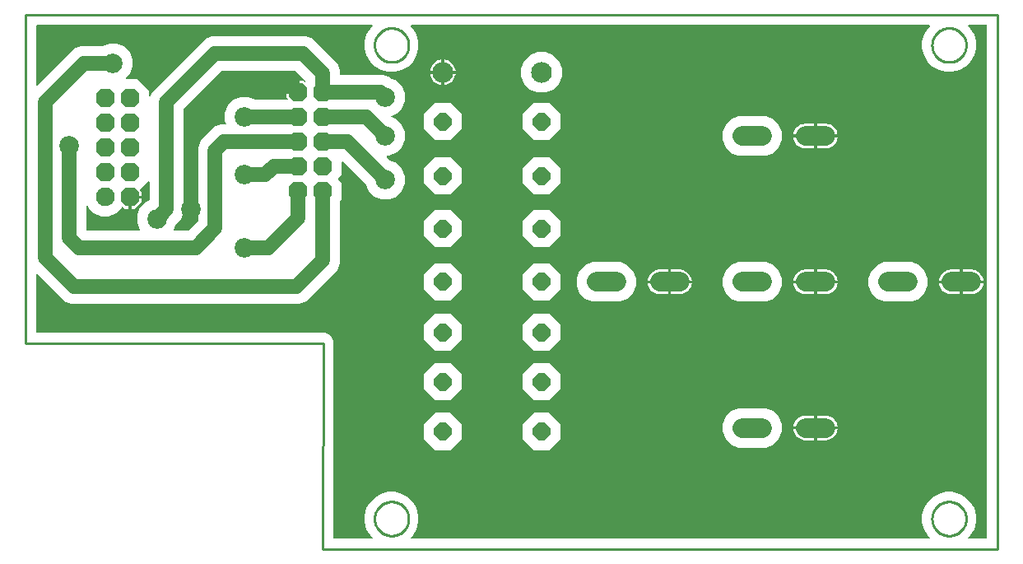
<source format=gbr>
G04 EAGLE Gerber RS-274X export*
G75*
%MOMM*%
%FSLAX34Y34*%
%LPD*%
%INTop Copper*%
%IPPOS*%
%AMOC8*
5,1,8,0,0,1.08239X$1,22.5*%
G01*
%ADD10C,2.032000*%
%ADD11P,1.935489X8X202.500000*%
%ADD12P,1.935489X8X22.500000*%
%ADD13C,2.133600*%
%ADD14P,2.089446X8X112.500000*%
%ADD15C,1.930400*%
%ADD16C,2.016000*%
%ADD17C,1.500000*%
%ADD18C,1.270000*%
%ADD19C,0.254000*%

G36*
X406192Y10934D02*
X406192Y10934D01*
X406264Y10936D01*
X406313Y10954D01*
X406364Y10962D01*
X406427Y10996D01*
X406495Y11021D01*
X406535Y11053D01*
X406581Y11078D01*
X406631Y11130D01*
X406687Y11174D01*
X406715Y11218D01*
X406751Y11256D01*
X406781Y11321D01*
X406820Y11381D01*
X406832Y11432D01*
X406854Y11479D01*
X406862Y11550D01*
X406880Y11620D01*
X406876Y11672D01*
X406881Y11723D01*
X406866Y11794D01*
X406861Y11865D01*
X406840Y11913D01*
X406829Y11964D01*
X406792Y12025D01*
X406764Y12091D01*
X406720Y12147D01*
X406703Y12175D01*
X406685Y12190D01*
X406660Y12222D01*
X404366Y14516D01*
X400724Y20823D01*
X398839Y27858D01*
X398839Y35142D01*
X400724Y42177D01*
X404366Y48484D01*
X409516Y53634D01*
X415823Y57276D01*
X422858Y59161D01*
X430142Y59161D01*
X437177Y57276D01*
X443484Y53634D01*
X448634Y48484D01*
X452276Y42177D01*
X454161Y35142D01*
X454161Y27858D01*
X452276Y20823D01*
X448634Y14516D01*
X446340Y12222D01*
X446299Y12164D01*
X446249Y12112D01*
X446227Y12065D01*
X446197Y12023D01*
X446176Y11954D01*
X446146Y11889D01*
X446140Y11837D01*
X446125Y11787D01*
X446126Y11716D01*
X446119Y11645D01*
X446130Y11594D01*
X446131Y11542D01*
X446156Y11474D01*
X446171Y11404D01*
X446197Y11359D01*
X446215Y11311D01*
X446260Y11255D01*
X446297Y11193D01*
X446337Y11159D01*
X446369Y11119D01*
X446429Y11080D01*
X446484Y11033D01*
X446532Y11014D01*
X446576Y10986D01*
X446645Y10968D01*
X446712Y10941D01*
X446783Y10933D01*
X446815Y10925D01*
X446838Y10927D01*
X446879Y10923D01*
X979621Y10923D01*
X979692Y10934D01*
X979764Y10936D01*
X979813Y10954D01*
X979864Y10962D01*
X979927Y10996D01*
X979995Y11021D01*
X980035Y11053D01*
X980081Y11078D01*
X980131Y11130D01*
X980187Y11174D01*
X980215Y11218D01*
X980251Y11256D01*
X980281Y11321D01*
X980320Y11381D01*
X980332Y11432D01*
X980354Y11479D01*
X980362Y11550D01*
X980380Y11620D01*
X980376Y11672D01*
X980381Y11723D01*
X980366Y11794D01*
X980361Y11865D01*
X980340Y11913D01*
X980329Y11964D01*
X980292Y12025D01*
X980264Y12091D01*
X980220Y12147D01*
X980203Y12175D01*
X980185Y12190D01*
X980160Y12222D01*
X977866Y14516D01*
X974224Y20823D01*
X972339Y27858D01*
X972339Y35142D01*
X974224Y42177D01*
X977866Y48484D01*
X983016Y53634D01*
X989323Y57276D01*
X996358Y59161D01*
X1003642Y59161D01*
X1010677Y57276D01*
X1016984Y53634D01*
X1022134Y48484D01*
X1025776Y42177D01*
X1027661Y35142D01*
X1027661Y27858D01*
X1025776Y20823D01*
X1022134Y14516D01*
X1019840Y12222D01*
X1019799Y12164D01*
X1019749Y12112D01*
X1019727Y12065D01*
X1019697Y12023D01*
X1019676Y11954D01*
X1019646Y11889D01*
X1019640Y11837D01*
X1019625Y11787D01*
X1019626Y11716D01*
X1019619Y11645D01*
X1019630Y11594D01*
X1019631Y11542D01*
X1019656Y11474D01*
X1019671Y11404D01*
X1019697Y11359D01*
X1019715Y11311D01*
X1019760Y11255D01*
X1019797Y11193D01*
X1019837Y11159D01*
X1019869Y11119D01*
X1019929Y11080D01*
X1019984Y11033D01*
X1020032Y11014D01*
X1020076Y10986D01*
X1020145Y10968D01*
X1020212Y10941D01*
X1020283Y10933D01*
X1020315Y10925D01*
X1020338Y10927D01*
X1020379Y10923D01*
X1038316Y10923D01*
X1038336Y10926D01*
X1038355Y10924D01*
X1038457Y10946D01*
X1038559Y10962D01*
X1038576Y10972D01*
X1038596Y10976D01*
X1038685Y11029D01*
X1038776Y11078D01*
X1038790Y11092D01*
X1038807Y11102D01*
X1038874Y11181D01*
X1038946Y11256D01*
X1038954Y11274D01*
X1038967Y11289D01*
X1039006Y11385D01*
X1039049Y11479D01*
X1039051Y11499D01*
X1039059Y11517D01*
X1039077Y11684D01*
X1039077Y538316D01*
X1039074Y538336D01*
X1039076Y538355D01*
X1039054Y538457D01*
X1039038Y538559D01*
X1039028Y538576D01*
X1039024Y538596D01*
X1038971Y538685D01*
X1038922Y538776D01*
X1038908Y538790D01*
X1038898Y538807D01*
X1038819Y538874D01*
X1038744Y538946D01*
X1038726Y538954D01*
X1038711Y538967D01*
X1038615Y539006D01*
X1038521Y539049D01*
X1038501Y539051D01*
X1038483Y539059D01*
X1038316Y539077D01*
X1020379Y539077D01*
X1020308Y539066D01*
X1020236Y539064D01*
X1020187Y539046D01*
X1020136Y539038D01*
X1020073Y539004D01*
X1020005Y538979D01*
X1019965Y538947D01*
X1019919Y538922D01*
X1019869Y538870D01*
X1019813Y538826D01*
X1019785Y538782D01*
X1019749Y538744D01*
X1019719Y538679D01*
X1019680Y538619D01*
X1019668Y538568D01*
X1019646Y538521D01*
X1019638Y538450D01*
X1019620Y538380D01*
X1019624Y538328D01*
X1019619Y538277D01*
X1019634Y538206D01*
X1019639Y538135D01*
X1019660Y538087D01*
X1019671Y538036D01*
X1019708Y537975D01*
X1019736Y537909D01*
X1019780Y537853D01*
X1019797Y537825D01*
X1019815Y537810D01*
X1019840Y537778D01*
X1022134Y535484D01*
X1025776Y529177D01*
X1027661Y522142D01*
X1027661Y514858D01*
X1025776Y507823D01*
X1022134Y501516D01*
X1016984Y496366D01*
X1010677Y492724D01*
X1003642Y490839D01*
X996358Y490839D01*
X989323Y492724D01*
X983016Y496366D01*
X977866Y501516D01*
X974224Y507823D01*
X972339Y514858D01*
X972339Y522142D01*
X974224Y529177D01*
X977866Y535484D01*
X980160Y537778D01*
X980201Y537836D01*
X980251Y537888D01*
X980273Y537935D01*
X980303Y537977D01*
X980324Y538046D01*
X980354Y538111D01*
X980360Y538163D01*
X980375Y538213D01*
X980374Y538284D01*
X980381Y538355D01*
X980370Y538406D01*
X980369Y538458D01*
X980344Y538526D01*
X980329Y538596D01*
X980303Y538641D01*
X980285Y538689D01*
X980240Y538745D01*
X980203Y538807D01*
X980163Y538841D01*
X980131Y538881D01*
X980071Y538920D01*
X980016Y538967D01*
X979968Y538986D01*
X979924Y539014D01*
X979855Y539032D01*
X979788Y539059D01*
X979717Y539067D01*
X979685Y539075D01*
X979662Y539073D01*
X979621Y539077D01*
X446879Y539077D01*
X446808Y539066D01*
X446736Y539064D01*
X446687Y539046D01*
X446636Y539038D01*
X446573Y539004D01*
X446505Y538979D01*
X446465Y538947D01*
X446419Y538922D01*
X446369Y538870D01*
X446313Y538826D01*
X446285Y538782D01*
X446249Y538744D01*
X446219Y538679D01*
X446180Y538619D01*
X446168Y538568D01*
X446146Y538521D01*
X446138Y538450D01*
X446120Y538380D01*
X446124Y538328D01*
X446119Y538277D01*
X446134Y538206D01*
X446139Y538135D01*
X446160Y538087D01*
X446171Y538036D01*
X446208Y537975D01*
X446236Y537909D01*
X446280Y537853D01*
X446297Y537825D01*
X446315Y537810D01*
X446340Y537778D01*
X448634Y535484D01*
X452276Y529177D01*
X454161Y522142D01*
X454161Y514858D01*
X452276Y507823D01*
X448634Y501516D01*
X443484Y496366D01*
X437177Y492724D01*
X430142Y490839D01*
X422858Y490839D01*
X415823Y492724D01*
X409516Y496366D01*
X404366Y501516D01*
X400724Y507823D01*
X398839Y514858D01*
X398839Y522142D01*
X400724Y529177D01*
X404366Y535484D01*
X406660Y537778D01*
X406701Y537836D01*
X406751Y537888D01*
X406773Y537935D01*
X406803Y537977D01*
X406824Y538046D01*
X406854Y538111D01*
X406860Y538163D01*
X406875Y538213D01*
X406874Y538284D01*
X406881Y538355D01*
X406870Y538406D01*
X406869Y538458D01*
X406844Y538526D01*
X406829Y538596D01*
X406803Y538641D01*
X406785Y538689D01*
X406740Y538745D01*
X406703Y538807D01*
X406663Y538841D01*
X406631Y538881D01*
X406571Y538920D01*
X406516Y538967D01*
X406468Y538986D01*
X406424Y539014D01*
X406355Y539032D01*
X406288Y539059D01*
X406217Y539067D01*
X406185Y539075D01*
X406162Y539073D01*
X406121Y539077D01*
X61684Y539077D01*
X61664Y539074D01*
X61645Y539076D01*
X61543Y539054D01*
X61441Y539038D01*
X61424Y539028D01*
X61404Y539024D01*
X61315Y538971D01*
X61224Y538922D01*
X61210Y538908D01*
X61193Y538898D01*
X61126Y538819D01*
X61054Y538744D01*
X61046Y538726D01*
X61033Y538711D01*
X60994Y538615D01*
X60951Y538521D01*
X60949Y538501D01*
X60941Y538483D01*
X60923Y538316D01*
X60923Y477737D01*
X60934Y477666D01*
X60936Y477594D01*
X60954Y477545D01*
X60962Y477494D01*
X60996Y477431D01*
X61021Y477363D01*
X61053Y477322D01*
X61078Y477276D01*
X61129Y477227D01*
X61174Y477171D01*
X61218Y477143D01*
X61256Y477107D01*
X61321Y477077D01*
X61381Y477038D01*
X61432Y477025D01*
X61479Y477003D01*
X61550Y476996D01*
X61620Y476978D01*
X61672Y476982D01*
X61723Y476976D01*
X61794Y476992D01*
X61865Y476997D01*
X61913Y477018D01*
X61964Y477029D01*
X62025Y477065D01*
X62091Y477094D01*
X62147Y477138D01*
X62175Y477155D01*
X62190Y477173D01*
X62222Y477198D01*
X94921Y509897D01*
X99996Y514972D01*
X106487Y517661D01*
X129594Y517661D01*
X129658Y517671D01*
X129724Y517672D01*
X129804Y517695D01*
X129836Y517700D01*
X129854Y517710D01*
X129885Y517719D01*
X135974Y520241D01*
X144026Y520241D01*
X151465Y517159D01*
X157159Y511465D01*
X160241Y504026D01*
X160241Y495974D01*
X157159Y488535D01*
X153537Y484912D01*
X153495Y484854D01*
X153446Y484802D01*
X153424Y484755D01*
X153393Y484713D01*
X153372Y484644D01*
X153342Y484579D01*
X153336Y484527D01*
X153321Y484477D01*
X153323Y484406D01*
X153315Y484335D01*
X153326Y484284D01*
X153327Y484232D01*
X153352Y484164D01*
X153367Y484094D01*
X153394Y484049D01*
X153412Y484001D01*
X153457Y483945D01*
X153493Y483883D01*
X153533Y483849D01*
X153566Y483809D01*
X153626Y483770D01*
X153680Y483723D01*
X153729Y483704D01*
X153773Y483676D01*
X153842Y483658D01*
X153909Y483631D01*
X153980Y483623D01*
X154011Y483615D01*
X154034Y483617D01*
X154075Y483613D01*
X165407Y483613D01*
X177013Y472007D01*
X177013Y466552D01*
X177028Y466456D01*
X177038Y466359D01*
X177048Y466335D01*
X177052Y466309D01*
X177098Y466223D01*
X177138Y466134D01*
X177155Y466115D01*
X177168Y466092D01*
X177238Y466024D01*
X177304Y465953D01*
X177327Y465940D01*
X177346Y465922D01*
X177434Y465881D01*
X177520Y465834D01*
X177545Y465830D01*
X177569Y465819D01*
X177666Y465808D01*
X177762Y465790D01*
X177788Y465794D01*
X177813Y465791D01*
X177909Y465812D01*
X178005Y465826D01*
X178028Y465838D01*
X178054Y465844D01*
X178137Y465894D01*
X178224Y465938D01*
X178243Y465956D01*
X178265Y465970D01*
X178328Y466044D01*
X178396Y466113D01*
X178412Y466142D01*
X178425Y466157D01*
X178437Y466187D01*
X178477Y466260D01*
X180028Y470004D01*
X234996Y524972D01*
X241487Y527661D01*
X338513Y527661D01*
X345004Y524972D01*
X370572Y499404D01*
X373261Y492913D01*
X373261Y488322D01*
X373264Y488302D01*
X373262Y488283D01*
X373284Y488181D01*
X373300Y488079D01*
X373310Y488062D01*
X373314Y488042D01*
X373367Y487953D01*
X373416Y487862D01*
X373430Y487848D01*
X373440Y487831D01*
X373519Y487764D01*
X373594Y487692D01*
X373612Y487684D01*
X373627Y487671D01*
X373723Y487632D01*
X373817Y487589D01*
X373837Y487587D01*
X373855Y487579D01*
X374022Y487561D01*
X418613Y487561D01*
X425104Y484872D01*
X425130Y484846D01*
X425183Y484808D01*
X425230Y484762D01*
X425303Y484722D01*
X425329Y484703D01*
X425348Y484697D01*
X425377Y484681D01*
X431465Y482159D01*
X437159Y476465D01*
X440241Y469026D01*
X440241Y460974D01*
X437159Y453535D01*
X431465Y447841D01*
X426305Y445703D01*
X426244Y445666D01*
X426179Y445636D01*
X426140Y445601D01*
X426096Y445574D01*
X426050Y445519D01*
X425998Y445470D01*
X425973Y445424D01*
X425939Y445384D01*
X425914Y445317D01*
X425879Y445254D01*
X425870Y445203D01*
X425851Y445155D01*
X425848Y445083D01*
X425835Y445012D01*
X425843Y444961D01*
X425841Y444909D01*
X425861Y444840D01*
X425871Y444769D01*
X425895Y444723D01*
X425909Y444673D01*
X425950Y444614D01*
X425983Y444550D01*
X426020Y444513D01*
X426050Y444471D01*
X426107Y444428D01*
X426158Y444378D01*
X426221Y444343D01*
X426247Y444324D01*
X426269Y444317D01*
X426305Y444297D01*
X431465Y442159D01*
X437159Y436465D01*
X440241Y429026D01*
X440241Y420974D01*
X437159Y413535D01*
X431465Y407841D01*
X424026Y404759D01*
X422055Y404759D01*
X421984Y404748D01*
X421912Y404746D01*
X421863Y404728D01*
X421812Y404720D01*
X421749Y404686D01*
X421681Y404661D01*
X421640Y404629D01*
X421594Y404604D01*
X421545Y404553D01*
X421489Y404508D01*
X421461Y404464D01*
X421425Y404426D01*
X421395Y404361D01*
X421356Y404301D01*
X421343Y404250D01*
X421321Y404203D01*
X421314Y404132D01*
X421296Y404062D01*
X421300Y404010D01*
X421294Y403959D01*
X421310Y403888D01*
X421315Y403817D01*
X421336Y403769D01*
X421347Y403718D01*
X421383Y403657D01*
X421412Y403591D01*
X421456Y403535D01*
X421473Y403507D01*
X421491Y403492D01*
X421516Y403460D01*
X425130Y399846D01*
X425183Y399808D01*
X425230Y399762D01*
X425303Y399722D01*
X425329Y399703D01*
X425348Y399697D01*
X425377Y399681D01*
X431465Y397159D01*
X437159Y391465D01*
X440241Y384026D01*
X440241Y375974D01*
X437159Y368535D01*
X431465Y362841D01*
X424026Y359759D01*
X415974Y359759D01*
X408535Y362841D01*
X402841Y368535D01*
X400319Y374623D01*
X400284Y374679D01*
X400258Y374739D01*
X400207Y374804D01*
X400189Y374832D01*
X400174Y374845D01*
X400154Y374870D01*
X376712Y398312D01*
X376654Y398353D01*
X376602Y398403D01*
X376555Y398425D01*
X376513Y398455D01*
X376444Y398476D01*
X376379Y398507D01*
X376327Y398512D01*
X376277Y398528D01*
X376206Y398526D01*
X376135Y398534D01*
X376084Y398523D01*
X376032Y398521D01*
X375964Y398497D01*
X375894Y398481D01*
X375850Y398455D01*
X375801Y398437D01*
X375745Y398392D01*
X375683Y398355D01*
X375649Y398316D01*
X375609Y398283D01*
X375570Y398223D01*
X375523Y398168D01*
X375504Y398120D01*
X375476Y398076D01*
X375458Y398007D01*
X375431Y397940D01*
X375423Y397869D01*
X375415Y397838D01*
X375417Y397814D01*
X375413Y397773D01*
X375413Y385493D01*
X371458Y381538D01*
X371446Y381522D01*
X371431Y381510D01*
X371374Y381422D01*
X371314Y381339D01*
X371308Y381320D01*
X371298Y381303D01*
X371272Y381202D01*
X371242Y381103D01*
X371242Y381084D01*
X371237Y381064D01*
X371245Y380961D01*
X371248Y380858D01*
X371255Y380839D01*
X371257Y380819D01*
X371297Y380724D01*
X371333Y380627D01*
X371345Y380611D01*
X371353Y380593D01*
X371458Y380462D01*
X375413Y376507D01*
X375413Y360093D01*
X373484Y358164D01*
X373431Y358090D01*
X373371Y358021D01*
X373359Y357991D01*
X373340Y357965D01*
X373313Y357878D01*
X373279Y357793D01*
X373275Y357752D01*
X373268Y357729D01*
X373269Y357697D01*
X373261Y357626D01*
X373261Y293687D01*
X370572Y287196D01*
X338404Y255028D01*
X331913Y252339D01*
X96487Y252339D01*
X89996Y255028D01*
X62222Y282802D01*
X62164Y282843D01*
X62112Y282893D01*
X62065Y282915D01*
X62023Y282945D01*
X61954Y282966D01*
X61889Y282997D01*
X61837Y283002D01*
X61787Y283018D01*
X61716Y283016D01*
X61645Y283024D01*
X61594Y283013D01*
X61542Y283011D01*
X61474Y282987D01*
X61404Y282971D01*
X61359Y282945D01*
X61311Y282927D01*
X61255Y282882D01*
X61193Y282845D01*
X61159Y282806D01*
X61119Y282773D01*
X61080Y282713D01*
X61033Y282658D01*
X61014Y282610D01*
X60986Y282566D01*
X60968Y282497D01*
X60941Y282430D01*
X60933Y282359D01*
X60925Y282328D01*
X60927Y282304D01*
X60923Y282263D01*
X60923Y223684D01*
X60926Y223664D01*
X60924Y223645D01*
X60946Y223543D01*
X60962Y223441D01*
X60972Y223424D01*
X60976Y223404D01*
X61029Y223315D01*
X61078Y223224D01*
X61092Y223210D01*
X61102Y223193D01*
X61181Y223126D01*
X61256Y223054D01*
X61274Y223046D01*
X61289Y223033D01*
X61385Y222994D01*
X61479Y222951D01*
X61499Y222949D01*
X61517Y222941D01*
X61684Y222923D01*
X353687Y222923D01*
X353714Y222927D01*
X356013Y222923D01*
X356014Y222923D01*
X358183Y222923D01*
X360190Y222087D01*
X360191Y222087D01*
X362197Y221256D01*
X363734Y219713D01*
X363735Y219713D01*
X363735Y219712D01*
X365267Y218180D01*
X366096Y216169D01*
X366096Y216168D01*
X366096Y216167D01*
X366927Y214163D01*
X366923Y211985D01*
X366923Y211984D01*
X366923Y211983D01*
X366923Y209729D01*
X366920Y209718D01*
X366922Y209699D01*
X366918Y209667D01*
X366545Y11685D01*
X366548Y11665D01*
X366546Y11645D01*
X366568Y11544D01*
X366584Y11443D01*
X366594Y11424D01*
X366598Y11404D01*
X366651Y11316D01*
X366699Y11225D01*
X366714Y11211D01*
X366724Y11193D01*
X366802Y11126D01*
X366877Y11055D01*
X366895Y11047D01*
X366911Y11033D01*
X367007Y10995D01*
X367100Y10951D01*
X367120Y10949D01*
X367139Y10941D01*
X367306Y10923D01*
X406121Y10923D01*
X406192Y10934D01*
G37*
G36*
X217459Y327675D02*
X217459Y327675D01*
X217550Y327683D01*
X217580Y327695D01*
X217612Y327700D01*
X217693Y327743D01*
X217777Y327779D01*
X217809Y327805D01*
X217829Y327816D01*
X217852Y327839D01*
X217908Y327884D01*
X227116Y337092D01*
X227169Y337166D01*
X227229Y337236D01*
X227241Y337266D01*
X227260Y337292D01*
X227287Y337379D01*
X227321Y337464D01*
X227325Y337505D01*
X227332Y337527D01*
X227331Y337559D01*
X227339Y337631D01*
X227339Y413513D01*
X230028Y420004D01*
X244096Y434072D01*
X250587Y436761D01*
X255365Y436761D01*
X255410Y436768D01*
X255456Y436766D01*
X255531Y436788D01*
X255608Y436800D01*
X255648Y436822D01*
X255692Y436835D01*
X255756Y436879D01*
X255825Y436916D01*
X255857Y436949D01*
X255895Y436975D01*
X255941Y437038D01*
X255995Y437094D01*
X256014Y437136D01*
X256041Y437172D01*
X256065Y437246D01*
X256098Y437317D01*
X256103Y437363D01*
X256118Y437406D01*
X256117Y437484D01*
X256125Y437561D01*
X256116Y437606D01*
X256115Y437652D01*
X256077Y437784D01*
X256073Y437802D01*
X256071Y437806D01*
X256068Y437813D01*
X254759Y440974D01*
X254759Y449026D01*
X257841Y456465D01*
X263535Y462159D01*
X270974Y465241D01*
X279026Y465241D01*
X286322Y462219D01*
X286386Y462204D01*
X286447Y462179D01*
X286529Y462170D01*
X286562Y462163D01*
X286581Y462164D01*
X286613Y462161D01*
X318858Y462161D01*
X318929Y462172D01*
X319001Y462174D01*
X319050Y462192D01*
X319101Y462200D01*
X319164Y462234D01*
X319232Y462259D01*
X319272Y462291D01*
X319318Y462316D01*
X319368Y462368D01*
X319424Y462412D01*
X319452Y462456D01*
X319488Y462494D01*
X319518Y462559D01*
X319557Y462619D01*
X319570Y462670D01*
X319591Y462717D01*
X319599Y462788D01*
X319617Y462858D01*
X319613Y462910D01*
X319619Y462961D01*
X319603Y463032D01*
X319598Y463103D01*
X319577Y463151D01*
X319566Y463202D01*
X319530Y463263D01*
X319501Y463329D01*
X319457Y463385D01*
X319440Y463413D01*
X319422Y463428D01*
X319397Y463460D01*
X318007Y464850D01*
X318007Y468377D01*
X329438Y468377D01*
X329458Y468380D01*
X329477Y468378D01*
X329579Y468400D01*
X329681Y468417D01*
X329698Y468426D01*
X329718Y468430D01*
X329807Y468483D01*
X329898Y468532D01*
X329912Y468546D01*
X329929Y468556D01*
X329996Y468635D01*
X330067Y468710D01*
X330076Y468728D01*
X330089Y468743D01*
X330127Y468839D01*
X330171Y468933D01*
X330173Y468953D01*
X330181Y468971D01*
X330199Y469138D01*
X330199Y469901D01*
X330962Y469901D01*
X330982Y469904D01*
X331001Y469902D01*
X331103Y469924D01*
X331205Y469941D01*
X331222Y469950D01*
X331242Y469954D01*
X331331Y470007D01*
X331422Y470056D01*
X331436Y470070D01*
X331453Y470080D01*
X331520Y470159D01*
X331591Y470234D01*
X331600Y470252D01*
X331613Y470267D01*
X331652Y470363D01*
X331695Y470457D01*
X331697Y470477D01*
X331705Y470495D01*
X331723Y470662D01*
X331723Y482093D01*
X335250Y482093D01*
X336640Y480703D01*
X336698Y480662D01*
X336750Y480612D01*
X336797Y480590D01*
X336839Y480560D01*
X336908Y480539D01*
X336973Y480509D01*
X337025Y480503D01*
X337075Y480487D01*
X337146Y480489D01*
X337217Y480481D01*
X337268Y480492D01*
X337320Y480494D01*
X337388Y480518D01*
X337458Y480534D01*
X337503Y480560D01*
X337551Y480578D01*
X337607Y480623D01*
X337669Y480660D01*
X337703Y480699D01*
X337743Y480732D01*
X337782Y480792D01*
X337829Y480847D01*
X337848Y480895D01*
X337876Y480939D01*
X337894Y481008D01*
X337921Y481075D01*
X337929Y481146D01*
X337937Y481177D01*
X337935Y481201D01*
X337939Y481242D01*
X337939Y481769D01*
X337925Y481859D01*
X337917Y481950D01*
X337905Y481980D01*
X337900Y482012D01*
X337857Y482093D01*
X337821Y482177D01*
X337795Y482209D01*
X337784Y482229D01*
X337761Y482252D01*
X337716Y482308D01*
X327908Y492116D01*
X327834Y492169D01*
X327764Y492229D01*
X327734Y492241D01*
X327708Y492260D01*
X327621Y492287D01*
X327536Y492321D01*
X327495Y492325D01*
X327473Y492332D01*
X327441Y492331D01*
X327369Y492339D01*
X252631Y492339D01*
X252541Y492325D01*
X252450Y492317D01*
X252420Y492305D01*
X252388Y492300D01*
X252307Y492257D01*
X252223Y492221D01*
X252191Y492195D01*
X252171Y492184D01*
X252148Y492161D01*
X252092Y492116D01*
X212884Y452908D01*
X212831Y452834D01*
X212771Y452764D01*
X212759Y452734D01*
X212740Y452708D01*
X212713Y452621D01*
X212679Y452536D01*
X212675Y452495D01*
X212668Y452473D01*
X212669Y452441D01*
X212661Y452369D01*
X212661Y346487D01*
X209972Y339996D01*
X204897Y334921D01*
X204846Y334870D01*
X204808Y334817D01*
X204762Y334770D01*
X204722Y334697D01*
X204703Y334671D01*
X204697Y334652D01*
X204681Y334623D01*
X202233Y328713D01*
X202223Y328669D01*
X202203Y328627D01*
X202195Y328550D01*
X202177Y328474D01*
X202181Y328428D01*
X202176Y328383D01*
X202193Y328306D01*
X202200Y328229D01*
X202219Y328187D01*
X202229Y328142D01*
X202269Y328075D01*
X202300Y328004D01*
X202331Y327970D01*
X202355Y327931D01*
X202414Y327880D01*
X202467Y327823D01*
X202507Y327801D01*
X202542Y327771D01*
X202614Y327742D01*
X202682Y327705D01*
X202727Y327696D01*
X202770Y327679D01*
X202906Y327664D01*
X202924Y327661D01*
X202929Y327662D01*
X202937Y327661D01*
X217369Y327661D01*
X217459Y327675D01*
G37*
%LPC*%
G36*
X633286Y254679D02*
X633286Y254679D01*
X625817Y257773D01*
X620101Y263489D01*
X617007Y270958D01*
X617007Y279042D01*
X620101Y286511D01*
X625817Y292227D01*
X633286Y295321D01*
X661690Y295321D01*
X669159Y292227D01*
X674875Y286511D01*
X677969Y279042D01*
X677969Y270958D01*
X674875Y263489D01*
X669159Y257773D01*
X661690Y254679D01*
X633286Y254679D01*
G37*
%LPD*%
%LPC*%
G36*
X933286Y254679D02*
X933286Y254679D01*
X925817Y257773D01*
X920101Y263489D01*
X917007Y270958D01*
X917007Y279042D01*
X920101Y286511D01*
X925817Y292227D01*
X933286Y295321D01*
X961690Y295321D01*
X969159Y292227D01*
X974875Y286511D01*
X977969Y279042D01*
X977969Y270958D01*
X974875Y263489D01*
X969159Y257773D01*
X961690Y254679D01*
X933286Y254679D01*
G37*
%LPD*%
%LPC*%
G36*
X783286Y254679D02*
X783286Y254679D01*
X775817Y257773D01*
X770101Y263489D01*
X767007Y270958D01*
X767007Y279042D01*
X770101Y286511D01*
X775817Y292227D01*
X783286Y295321D01*
X811690Y295321D01*
X819159Y292227D01*
X824875Y286511D01*
X827969Y279042D01*
X827969Y270958D01*
X824875Y263489D01*
X819159Y257773D01*
X811690Y254679D01*
X783286Y254679D01*
G37*
%LPD*%
%LPC*%
G36*
X783286Y404679D02*
X783286Y404679D01*
X775817Y407773D01*
X770101Y413489D01*
X767007Y420958D01*
X767007Y429042D01*
X770101Y436511D01*
X775817Y442227D01*
X783286Y445321D01*
X811690Y445321D01*
X819159Y442227D01*
X824875Y436511D01*
X827969Y429042D01*
X827969Y420958D01*
X824875Y413489D01*
X819159Y407773D01*
X811690Y404679D01*
X783286Y404679D01*
G37*
%LPD*%
%LPC*%
G36*
X783286Y104679D02*
X783286Y104679D01*
X775817Y107773D01*
X770101Y113489D01*
X767007Y120958D01*
X767007Y129042D01*
X770101Y136511D01*
X775817Y142227D01*
X783286Y145321D01*
X811690Y145321D01*
X819159Y142227D01*
X824875Y136511D01*
X827969Y129042D01*
X827969Y120958D01*
X824875Y113489D01*
X819159Y107773D01*
X811690Y104679D01*
X783286Y104679D01*
G37*
%LPD*%
%LPC*%
G36*
X576657Y469771D02*
X576657Y469771D01*
X569001Y472942D01*
X563142Y478801D01*
X559971Y486457D01*
X559971Y494743D01*
X563142Y502399D01*
X569001Y508258D01*
X576657Y511429D01*
X584943Y511429D01*
X592599Y508258D01*
X598458Y502399D01*
X601629Y494743D01*
X601629Y486457D01*
X598458Y478801D01*
X592599Y472942D01*
X584943Y469771D01*
X576657Y469771D01*
G37*
%LPD*%
G36*
X167109Y327668D02*
X167109Y327668D01*
X167155Y327666D01*
X167229Y327688D01*
X167306Y327700D01*
X167347Y327722D01*
X167391Y327735D01*
X167455Y327779D01*
X167524Y327816D01*
X167555Y327849D01*
X167593Y327875D01*
X167639Y327938D01*
X167693Y327994D01*
X167712Y328036D01*
X167740Y328072D01*
X167764Y328146D01*
X167797Y328217D01*
X167802Y328263D01*
X167816Y328306D01*
X167815Y328384D01*
X167824Y328461D01*
X167814Y328506D01*
X167813Y328552D01*
X167775Y328684D01*
X167771Y328702D01*
X167769Y328706D01*
X167767Y328713D01*
X164759Y335974D01*
X164759Y344026D01*
X167841Y351465D01*
X173535Y357159D01*
X176869Y358541D01*
X176969Y358602D01*
X177069Y358662D01*
X177073Y358667D01*
X177078Y358670D01*
X177153Y358760D01*
X177229Y358849D01*
X177231Y358855D01*
X177235Y358860D01*
X177277Y358968D01*
X177321Y359077D01*
X177322Y359085D01*
X177323Y359089D01*
X177324Y359108D01*
X177339Y359244D01*
X177339Y377882D01*
X177328Y377953D01*
X177326Y378024D01*
X177308Y378073D01*
X177300Y378125D01*
X177266Y378188D01*
X177241Y378255D01*
X177209Y378296D01*
X177184Y378342D01*
X177132Y378392D01*
X177088Y378448D01*
X177044Y378476D01*
X177006Y378512D01*
X176941Y378542D01*
X176881Y378581D01*
X176830Y378593D01*
X176783Y378615D01*
X176712Y378623D01*
X176642Y378641D01*
X176590Y378637D01*
X176539Y378642D01*
X176468Y378627D01*
X176397Y378621D01*
X176349Y378601D01*
X176298Y378590D01*
X176237Y378553D01*
X176171Y378525D01*
X176115Y378480D01*
X176087Y378464D01*
X176072Y378446D01*
X176040Y378420D01*
X167670Y370050D01*
X167658Y370034D01*
X167642Y370021D01*
X167586Y369934D01*
X167526Y369850D01*
X167520Y369831D01*
X167509Y369815D01*
X167484Y369714D01*
X167454Y369615D01*
X167454Y369595D01*
X167449Y369576D01*
X167457Y369473D01*
X167460Y369369D01*
X167467Y369351D01*
X167468Y369331D01*
X167509Y369236D01*
X167544Y369138D01*
X167557Y369123D01*
X167565Y369104D01*
X167670Y368974D01*
X169393Y367250D01*
X169393Y363723D01*
X157962Y363723D01*
X157942Y363720D01*
X157923Y363722D01*
X157821Y363700D01*
X157719Y363683D01*
X157702Y363674D01*
X157682Y363670D01*
X157593Y363617D01*
X157502Y363568D01*
X157488Y363554D01*
X157471Y363544D01*
X157404Y363465D01*
X157333Y363390D01*
X157324Y363372D01*
X157311Y363357D01*
X157273Y363261D01*
X157229Y363167D01*
X157227Y363147D01*
X157219Y363129D01*
X157201Y362962D01*
X157201Y362199D01*
X156438Y362199D01*
X156418Y362196D01*
X156399Y362198D01*
X156297Y362176D01*
X156195Y362159D01*
X156178Y362150D01*
X156158Y362146D01*
X156069Y362093D01*
X155978Y362044D01*
X155964Y362030D01*
X155947Y362020D01*
X155880Y361941D01*
X155809Y361866D01*
X155800Y361848D01*
X155787Y361833D01*
X155748Y361737D01*
X155705Y361643D01*
X155703Y361623D01*
X155695Y361605D01*
X155677Y361438D01*
X155677Y350007D01*
X152150Y350007D01*
X150159Y351998D01*
X150121Y352025D01*
X150090Y352059D01*
X150022Y352096D01*
X149959Y352142D01*
X149915Y352155D01*
X149875Y352177D01*
X149798Y352191D01*
X149724Y352214D01*
X149678Y352213D01*
X149633Y352221D01*
X149556Y352210D01*
X149478Y352208D01*
X149435Y352192D01*
X149389Y352185D01*
X149320Y352150D01*
X149247Y352123D01*
X149211Y352095D01*
X149170Y352074D01*
X149116Y352018D01*
X149055Y351970D01*
X149030Y351931D01*
X148998Y351898D01*
X148932Y351778D01*
X148922Y351763D01*
X148921Y351758D01*
X148917Y351751D01*
X148596Y350977D01*
X143023Y345404D01*
X135741Y342387D01*
X127859Y342387D01*
X120577Y345404D01*
X115004Y350977D01*
X114125Y353097D01*
X114074Y353180D01*
X114028Y353266D01*
X114010Y353284D01*
X113996Y353306D01*
X113920Y353369D01*
X113850Y353436D01*
X113826Y353447D01*
X113806Y353463D01*
X113715Y353498D01*
X113627Y353539D01*
X113601Y353542D01*
X113577Y353551D01*
X113479Y353556D01*
X113383Y353566D01*
X113357Y353561D01*
X113331Y353562D01*
X113237Y353535D01*
X113142Y353514D01*
X113120Y353501D01*
X113095Y353493D01*
X113015Y353438D01*
X112931Y353388D01*
X112914Y353368D01*
X112893Y353353D01*
X112834Y353275D01*
X112771Y353201D01*
X112761Y353177D01*
X112746Y353156D01*
X112716Y353063D01*
X112679Y352973D01*
X112676Y352940D01*
X112670Y352922D01*
X112670Y352889D01*
X112661Y352806D01*
X112661Y328422D01*
X112664Y328402D01*
X112662Y328383D01*
X112684Y328281D01*
X112700Y328179D01*
X112710Y328162D01*
X112714Y328142D01*
X112767Y328053D01*
X112816Y327962D01*
X112830Y327948D01*
X112840Y327931D01*
X112919Y327864D01*
X112994Y327792D01*
X113012Y327784D01*
X113027Y327771D01*
X113123Y327732D01*
X113217Y327689D01*
X113237Y327687D01*
X113255Y327679D01*
X113422Y327661D01*
X167063Y327661D01*
X167109Y327668D01*
G37*
%LPC*%
G36*
X572888Y255898D02*
X572888Y255898D01*
X561698Y267088D01*
X561698Y282912D01*
X572888Y294102D01*
X588712Y294102D01*
X599902Y282912D01*
X599902Y267088D01*
X588712Y255898D01*
X572888Y255898D01*
G37*
%LPD*%
%LPC*%
G36*
X471288Y255898D02*
X471288Y255898D01*
X460098Y267088D01*
X460098Y282912D01*
X471288Y294102D01*
X487112Y294102D01*
X498302Y282912D01*
X498302Y267088D01*
X487112Y255898D01*
X471288Y255898D01*
G37*
%LPD*%
%LPC*%
G36*
X471288Y102098D02*
X471288Y102098D01*
X460098Y113288D01*
X460098Y129112D01*
X471288Y140302D01*
X487112Y140302D01*
X498302Y129112D01*
X498302Y113288D01*
X487112Y102098D01*
X471288Y102098D01*
G37*
%LPD*%
%LPC*%
G36*
X572888Y420798D02*
X572888Y420798D01*
X561698Y431988D01*
X561698Y447812D01*
X572888Y459002D01*
X588712Y459002D01*
X599902Y447812D01*
X599902Y431988D01*
X588712Y420798D01*
X572888Y420798D01*
G37*
%LPD*%
%LPC*%
G36*
X471288Y420798D02*
X471288Y420798D01*
X460098Y431988D01*
X460098Y447812D01*
X471288Y459002D01*
X487112Y459002D01*
X498302Y447812D01*
X498302Y431988D01*
X487112Y420798D01*
X471288Y420798D01*
G37*
%LPD*%
%LPC*%
G36*
X471288Y153298D02*
X471288Y153298D01*
X460098Y164488D01*
X460098Y180312D01*
X471288Y191502D01*
X487112Y191502D01*
X498302Y180312D01*
X498302Y164488D01*
X487112Y153298D01*
X471288Y153298D01*
G37*
%LPD*%
%LPC*%
G36*
X572888Y153298D02*
X572888Y153298D01*
X561698Y164488D01*
X561698Y180312D01*
X572888Y191502D01*
X588712Y191502D01*
X599902Y180312D01*
X599902Y164488D01*
X588712Y153298D01*
X572888Y153298D01*
G37*
%LPD*%
%LPC*%
G36*
X471288Y204098D02*
X471288Y204098D01*
X460098Y215288D01*
X460098Y231112D01*
X471288Y242302D01*
X487112Y242302D01*
X498302Y231112D01*
X498302Y215288D01*
X487112Y204098D01*
X471288Y204098D01*
G37*
%LPD*%
%LPC*%
G36*
X572888Y204098D02*
X572888Y204098D01*
X561698Y215288D01*
X561698Y231112D01*
X572888Y242302D01*
X588712Y242302D01*
X599902Y231112D01*
X599902Y215288D01*
X588712Y204098D01*
X572888Y204098D01*
G37*
%LPD*%
%LPC*%
G36*
X572888Y364998D02*
X572888Y364998D01*
X561698Y376188D01*
X561698Y392012D01*
X572888Y403202D01*
X588712Y403202D01*
X599902Y392012D01*
X599902Y376188D01*
X588712Y364998D01*
X572888Y364998D01*
G37*
%LPD*%
%LPC*%
G36*
X471288Y364998D02*
X471288Y364998D01*
X460098Y376188D01*
X460098Y392012D01*
X471288Y403202D01*
X487112Y403202D01*
X498302Y392012D01*
X498302Y376188D01*
X487112Y364998D01*
X471288Y364998D01*
G37*
%LPD*%
%LPC*%
G36*
X572888Y102098D02*
X572888Y102098D01*
X561698Y113288D01*
X561698Y129112D01*
X572888Y140302D01*
X588712Y140302D01*
X599902Y129112D01*
X599902Y113288D01*
X588712Y102098D01*
X572888Y102098D01*
G37*
%LPD*%
%LPC*%
G36*
X572888Y310798D02*
X572888Y310798D01*
X561698Y321988D01*
X561698Y337812D01*
X572888Y349002D01*
X588712Y349002D01*
X599902Y337812D01*
X599902Y321988D01*
X588712Y310798D01*
X572888Y310798D01*
G37*
%LPD*%
%LPC*%
G36*
X471288Y310798D02*
X471288Y310798D01*
X460098Y321988D01*
X460098Y337812D01*
X471288Y349002D01*
X487112Y349002D01*
X498302Y337812D01*
X498302Y321988D01*
X487112Y310798D01*
X471288Y310798D01*
G37*
%LPD*%
%LPC*%
G36*
X1014035Y276523D02*
X1014035Y276523D01*
X1014035Y287701D01*
X1023672Y287701D01*
X1025646Y287388D01*
X1027547Y286770D01*
X1029329Y285863D01*
X1030946Y284687D01*
X1032359Y283274D01*
X1033535Y281657D01*
X1034442Y279875D01*
X1035060Y277974D01*
X1035290Y276523D01*
X1014035Y276523D01*
G37*
%LPD*%
%LPC*%
G36*
X714035Y276523D02*
X714035Y276523D01*
X714035Y287701D01*
X723672Y287701D01*
X725646Y287388D01*
X727547Y286770D01*
X729329Y285863D01*
X730946Y284687D01*
X732359Y283274D01*
X733535Y281657D01*
X734442Y279875D01*
X735060Y277974D01*
X735290Y276523D01*
X714035Y276523D01*
G37*
%LPD*%
%LPC*%
G36*
X864035Y276523D02*
X864035Y276523D01*
X864035Y287701D01*
X873672Y287701D01*
X875646Y287388D01*
X877547Y286770D01*
X879329Y285863D01*
X880946Y284687D01*
X882359Y283274D01*
X883535Y281657D01*
X884442Y279875D01*
X885060Y277974D01*
X885290Y276523D01*
X864035Y276523D01*
G37*
%LPD*%
%LPC*%
G36*
X864035Y126523D02*
X864035Y126523D01*
X864035Y137701D01*
X873672Y137701D01*
X875646Y137388D01*
X877547Y136770D01*
X879329Y135863D01*
X880946Y134687D01*
X882359Y133274D01*
X883535Y131657D01*
X884442Y129875D01*
X885060Y127974D01*
X885290Y126523D01*
X864035Y126523D01*
G37*
%LPD*%
%LPC*%
G36*
X864035Y426523D02*
X864035Y426523D01*
X864035Y437701D01*
X873672Y437701D01*
X875646Y437388D01*
X877547Y436770D01*
X879329Y435863D01*
X880946Y434687D01*
X882359Y433274D01*
X883535Y431657D01*
X884442Y429875D01*
X885060Y427974D01*
X885290Y426523D01*
X864035Y426523D01*
G37*
%LPD*%
%LPC*%
G36*
X839734Y276523D02*
X839734Y276523D01*
X839964Y277974D01*
X840582Y279875D01*
X841489Y281657D01*
X842665Y283274D01*
X844078Y284687D01*
X845695Y285863D01*
X847477Y286770D01*
X849378Y287388D01*
X851352Y287701D01*
X860989Y287701D01*
X860989Y276523D01*
X839734Y276523D01*
G37*
%LPD*%
%LPC*%
G36*
X689734Y276523D02*
X689734Y276523D01*
X689964Y277974D01*
X690582Y279875D01*
X691489Y281657D01*
X692665Y283274D01*
X694078Y284687D01*
X695695Y285863D01*
X697477Y286770D01*
X699378Y287388D01*
X701352Y287701D01*
X710989Y287701D01*
X710989Y276523D01*
X689734Y276523D01*
G37*
%LPD*%
%LPC*%
G36*
X839734Y426523D02*
X839734Y426523D01*
X839964Y427974D01*
X840582Y429875D01*
X841489Y431657D01*
X842665Y433274D01*
X844078Y434687D01*
X845695Y435863D01*
X847477Y436770D01*
X849378Y437388D01*
X851352Y437701D01*
X860989Y437701D01*
X860989Y426523D01*
X839734Y426523D01*
G37*
%LPD*%
%LPC*%
G36*
X989734Y276523D02*
X989734Y276523D01*
X989964Y277974D01*
X990582Y279875D01*
X991489Y281657D01*
X992665Y283274D01*
X994078Y284687D01*
X995695Y285863D01*
X997477Y286770D01*
X999378Y287388D01*
X1001352Y287701D01*
X1010989Y287701D01*
X1010989Y276523D01*
X989734Y276523D01*
G37*
%LPD*%
%LPC*%
G36*
X839734Y126523D02*
X839734Y126523D01*
X839964Y127974D01*
X840582Y129875D01*
X841489Y131657D01*
X842665Y133274D01*
X844078Y134687D01*
X845695Y135863D01*
X847477Y136770D01*
X849378Y137388D01*
X851352Y137701D01*
X860989Y137701D01*
X860989Y126523D01*
X839734Y126523D01*
G37*
%LPD*%
%LPC*%
G36*
X1014035Y262299D02*
X1014035Y262299D01*
X1014035Y273477D01*
X1035290Y273477D01*
X1035060Y272026D01*
X1034442Y270125D01*
X1033535Y268343D01*
X1032359Y266726D01*
X1030946Y265313D01*
X1029329Y264137D01*
X1027547Y263230D01*
X1025646Y262612D01*
X1023672Y262299D01*
X1014035Y262299D01*
G37*
%LPD*%
%LPC*%
G36*
X864035Y262299D02*
X864035Y262299D01*
X864035Y273477D01*
X885290Y273477D01*
X885060Y272026D01*
X884442Y270125D01*
X883535Y268343D01*
X882359Y266726D01*
X880946Y265313D01*
X879329Y264137D01*
X877547Y263230D01*
X875646Y262612D01*
X873672Y262299D01*
X864035Y262299D01*
G37*
%LPD*%
%LPC*%
G36*
X864035Y412299D02*
X864035Y412299D01*
X864035Y423477D01*
X885290Y423477D01*
X885060Y422026D01*
X884442Y420125D01*
X883535Y418343D01*
X882359Y416726D01*
X880946Y415313D01*
X879329Y414137D01*
X877547Y413230D01*
X875646Y412612D01*
X873672Y412299D01*
X864035Y412299D01*
G37*
%LPD*%
%LPC*%
G36*
X714035Y262299D02*
X714035Y262299D01*
X714035Y273477D01*
X735290Y273477D01*
X735060Y272026D01*
X734442Y270125D01*
X733535Y268343D01*
X732359Y266726D01*
X730946Y265313D01*
X729329Y264137D01*
X727547Y263230D01*
X725646Y262612D01*
X723672Y262299D01*
X714035Y262299D01*
G37*
%LPD*%
%LPC*%
G36*
X864035Y112299D02*
X864035Y112299D01*
X864035Y123477D01*
X885290Y123477D01*
X885060Y122026D01*
X884442Y120125D01*
X883535Y118343D01*
X882359Y116726D01*
X880946Y115313D01*
X879329Y114137D01*
X877547Y113230D01*
X875646Y112612D01*
X873672Y112299D01*
X864035Y112299D01*
G37*
%LPD*%
%LPC*%
G36*
X701352Y262299D02*
X701352Y262299D01*
X699378Y262612D01*
X697477Y263230D01*
X695695Y264137D01*
X694078Y265313D01*
X692665Y266726D01*
X691489Y268343D01*
X690582Y270125D01*
X689964Y272026D01*
X689734Y273477D01*
X710989Y273477D01*
X710989Y262299D01*
X701352Y262299D01*
G37*
%LPD*%
%LPC*%
G36*
X1001352Y262299D02*
X1001352Y262299D01*
X999378Y262612D01*
X997477Y263230D01*
X995695Y264137D01*
X994078Y265313D01*
X992665Y266726D01*
X991489Y268343D01*
X990582Y270125D01*
X989964Y272026D01*
X989734Y273477D01*
X1010989Y273477D01*
X1010989Y262299D01*
X1001352Y262299D01*
G37*
%LPD*%
%LPC*%
G36*
X851352Y262299D02*
X851352Y262299D01*
X849378Y262612D01*
X847477Y263230D01*
X845695Y264137D01*
X844078Y265313D01*
X842665Y266726D01*
X841489Y268343D01*
X840582Y270125D01*
X839964Y272026D01*
X839734Y273477D01*
X860989Y273477D01*
X860989Y262299D01*
X851352Y262299D01*
G37*
%LPD*%
%LPC*%
G36*
X851352Y412299D02*
X851352Y412299D01*
X849378Y412612D01*
X847477Y413230D01*
X845695Y414137D01*
X844078Y415313D01*
X842665Y416726D01*
X841489Y418343D01*
X840582Y420125D01*
X839964Y422026D01*
X839734Y423477D01*
X860989Y423477D01*
X860989Y412299D01*
X851352Y412299D01*
G37*
%LPD*%
%LPC*%
G36*
X851352Y112299D02*
X851352Y112299D01*
X849378Y112612D01*
X847477Y113230D01*
X845695Y114137D01*
X844078Y115313D01*
X842665Y116726D01*
X841489Y118343D01*
X840582Y120125D01*
X839964Y122026D01*
X839734Y123477D01*
X860989Y123477D01*
X860989Y112299D01*
X851352Y112299D01*
G37*
%LPD*%
%LPC*%
G36*
X480723Y492123D02*
X480723Y492123D01*
X480723Y503732D01*
X482293Y503483D01*
X484270Y502841D01*
X486123Y501897D01*
X487805Y500675D01*
X489275Y499205D01*
X490497Y497523D01*
X491441Y495670D01*
X492083Y493693D01*
X492332Y492123D01*
X480723Y492123D01*
G37*
%LPD*%
%LPC*%
G36*
X466068Y492123D02*
X466068Y492123D01*
X466317Y493693D01*
X466959Y495670D01*
X467903Y497523D01*
X469125Y499205D01*
X470595Y500675D01*
X472277Y501897D01*
X474130Y502841D01*
X476107Y503483D01*
X477677Y503732D01*
X477677Y492123D01*
X466068Y492123D01*
G37*
%LPD*%
%LPC*%
G36*
X480723Y489077D02*
X480723Y489077D01*
X492332Y489077D01*
X492083Y487507D01*
X491441Y485530D01*
X490497Y483677D01*
X489275Y481995D01*
X487805Y480525D01*
X486123Y479303D01*
X484270Y478359D01*
X482293Y477717D01*
X480723Y477468D01*
X480723Y489077D01*
G37*
%LPD*%
%LPC*%
G36*
X476107Y477717D02*
X476107Y477717D01*
X474130Y478359D01*
X472277Y479303D01*
X470595Y480525D01*
X469125Y481995D01*
X467903Y483677D01*
X466959Y485530D01*
X466317Y487507D01*
X466068Y489077D01*
X477677Y489077D01*
X477677Y477468D01*
X476107Y477717D01*
G37*
%LPD*%
%LPC*%
G36*
X158723Y350007D02*
X158723Y350007D01*
X158723Y360677D01*
X169393Y360677D01*
X169393Y357150D01*
X162250Y350007D01*
X158723Y350007D01*
G37*
%LPD*%
%LPC*%
G36*
X318007Y471423D02*
X318007Y471423D01*
X318007Y474950D01*
X325150Y482093D01*
X328677Y482093D01*
X328677Y471423D01*
X318007Y471423D01*
G37*
%LPD*%
%LPC*%
G36*
X479199Y490599D02*
X479199Y490599D01*
X479199Y490601D01*
X479201Y490601D01*
X479201Y490599D01*
X479199Y490599D01*
G37*
%LPD*%
%LPC*%
G36*
X1012511Y274999D02*
X1012511Y274999D01*
X1012511Y275001D01*
X1012513Y275001D01*
X1012513Y274999D01*
X1012511Y274999D01*
G37*
%LPD*%
%LPC*%
G36*
X862511Y274999D02*
X862511Y274999D01*
X862511Y275001D01*
X862513Y275001D01*
X862513Y274999D01*
X862511Y274999D01*
G37*
%LPD*%
%LPC*%
G36*
X712511Y274999D02*
X712511Y274999D01*
X712511Y275001D01*
X712513Y275001D01*
X712513Y274999D01*
X712511Y274999D01*
G37*
%LPD*%
%LPC*%
G36*
X862511Y424999D02*
X862511Y424999D01*
X862511Y425001D01*
X862513Y425001D01*
X862513Y424999D01*
X862511Y424999D01*
G37*
%LPD*%
%LPC*%
G36*
X862511Y124999D02*
X862511Y124999D01*
X862511Y125001D01*
X862513Y125001D01*
X862513Y124999D01*
X862511Y124999D01*
G37*
%LPD*%
D10*
X722672Y275000D02*
X702352Y275000D01*
X657648Y275000D02*
X637328Y275000D01*
X852352Y425000D02*
X872672Y425000D01*
X807648Y425000D02*
X787328Y425000D01*
X852352Y275000D02*
X872672Y275000D01*
X807648Y275000D02*
X787328Y275000D01*
X852352Y125000D02*
X872672Y125000D01*
X807648Y125000D02*
X787328Y125000D01*
X1002352Y275000D02*
X1022672Y275000D01*
X957648Y275000D02*
X937328Y275000D01*
D11*
X580800Y439900D03*
X479200Y439900D03*
D12*
X479200Y384100D03*
X580800Y384100D03*
D11*
X580800Y275000D03*
X479200Y275000D03*
X580800Y329900D03*
X479200Y329900D03*
X580800Y223200D03*
X479200Y223200D03*
X580800Y121200D03*
X479200Y121200D03*
X580800Y172400D03*
X479200Y172400D03*
D13*
X580800Y490600D03*
X479200Y490600D03*
D14*
X330200Y368300D03*
X355600Y368300D03*
X330200Y393700D03*
X355600Y393700D03*
X330200Y419100D03*
X355600Y419100D03*
X330200Y444500D03*
X355600Y444500D03*
X330200Y469900D03*
X355600Y469900D03*
D15*
X131800Y362200D03*
D14*
X157200Y362200D03*
X131800Y387600D03*
X157200Y387600D03*
X131800Y413000D03*
X157200Y413000D03*
X131800Y438400D03*
X157200Y438400D03*
X131800Y463800D03*
X157200Y463800D03*
D16*
X275000Y480000D03*
D17*
X320100Y480000D01*
X330200Y469900D01*
D16*
X220000Y350000D03*
D17*
X260000Y480000D02*
X275000Y480000D01*
X260000Y480000D02*
X220000Y440000D01*
X220000Y350000D01*
D16*
X420000Y465000D03*
D18*
X415100Y469900D01*
D17*
X355600Y469900D01*
D16*
X185000Y340000D03*
D17*
X195000Y350000D01*
X195000Y460000D01*
X245000Y510000D01*
X335000Y510000D01*
X355600Y489400D01*
X355600Y469900D01*
D16*
X275000Y385000D03*
D17*
X305200Y393700D02*
X330200Y393700D01*
X305200Y393700D02*
X296500Y385000D01*
X275000Y385000D01*
D16*
X275000Y445000D03*
D17*
X275500Y444500D02*
X330200Y444500D01*
D18*
X275500Y444500D02*
X275000Y445000D01*
D16*
X140000Y500000D03*
D17*
X355600Y368300D02*
X355600Y297200D01*
X140000Y500000D02*
X110000Y500000D01*
X328400Y270000D02*
X355600Y297200D01*
X328400Y270000D02*
X100000Y270000D01*
X70000Y300000D01*
X70000Y460000D01*
X110000Y500000D01*
D16*
X420000Y380000D03*
D17*
X380900Y419100D02*
X355600Y419100D01*
X380900Y419100D02*
X420000Y380000D01*
D16*
X95000Y415000D03*
D17*
X95000Y320000D01*
X105000Y310000D01*
X225000Y310000D01*
X245000Y330000D01*
X245000Y410000D01*
X254100Y419100D01*
X330200Y419100D01*
D16*
X275000Y310000D03*
D17*
X300000Y310000D01*
X330200Y340200D02*
X330200Y368300D01*
X330200Y340200D02*
X300000Y310000D01*
D16*
X420000Y425000D03*
D17*
X400500Y444500D01*
X355600Y444500D01*
D19*
X50000Y212000D02*
X356000Y212000D01*
X355600Y0D01*
X1050000Y0D01*
X1050000Y550000D01*
X50000Y550000D01*
X50000Y212000D01*
X444000Y517927D02*
X443925Y516784D01*
X443776Y515648D01*
X443552Y514524D01*
X443255Y513417D01*
X442887Y512332D01*
X442449Y511274D01*
X441942Y510246D01*
X441369Y509254D01*
X440732Y508301D01*
X440035Y507392D01*
X439279Y506531D01*
X438469Y505721D01*
X437608Y504965D01*
X436699Y504268D01*
X435746Y503631D01*
X434754Y503058D01*
X433726Y502551D01*
X432668Y502113D01*
X431583Y501745D01*
X430476Y501448D01*
X429352Y501225D01*
X428216Y501075D01*
X427073Y501000D01*
X425927Y501000D01*
X424784Y501075D01*
X423648Y501225D01*
X422524Y501448D01*
X421417Y501745D01*
X420332Y502113D01*
X419274Y502551D01*
X418246Y503058D01*
X417254Y503631D01*
X416301Y504268D01*
X415392Y504965D01*
X414531Y505721D01*
X413721Y506531D01*
X412965Y507392D01*
X412268Y508301D01*
X411631Y509254D01*
X411058Y510246D01*
X410551Y511274D01*
X410113Y512332D01*
X409745Y513417D01*
X409448Y514524D01*
X409225Y515648D01*
X409075Y516784D01*
X409000Y517927D01*
X409000Y519073D01*
X409075Y520216D01*
X409225Y521352D01*
X409448Y522476D01*
X409745Y523583D01*
X410113Y524668D01*
X410551Y525726D01*
X411058Y526754D01*
X411631Y527746D01*
X412268Y528699D01*
X412965Y529608D01*
X413721Y530469D01*
X414531Y531279D01*
X415392Y532035D01*
X416301Y532732D01*
X417254Y533369D01*
X418246Y533942D01*
X419274Y534449D01*
X420332Y534887D01*
X421417Y535255D01*
X422524Y535552D01*
X423648Y535776D01*
X424784Y535925D01*
X425927Y536000D01*
X427073Y536000D01*
X428216Y535925D01*
X429352Y535776D01*
X430476Y535552D01*
X431583Y535255D01*
X432668Y534887D01*
X433726Y534449D01*
X434754Y533942D01*
X435746Y533369D01*
X436699Y532732D01*
X437608Y532035D01*
X438469Y531279D01*
X439279Y530469D01*
X440035Y529608D01*
X440732Y528699D01*
X441369Y527746D01*
X441942Y526754D01*
X442449Y525726D01*
X442887Y524668D01*
X443255Y523583D01*
X443552Y522476D01*
X443776Y521352D01*
X443925Y520216D01*
X444000Y519073D01*
X444000Y517927D01*
X444000Y30927D02*
X443925Y29784D01*
X443776Y28648D01*
X443552Y27524D01*
X443255Y26417D01*
X442887Y25332D01*
X442449Y24274D01*
X441942Y23246D01*
X441369Y22254D01*
X440732Y21301D01*
X440035Y20392D01*
X439279Y19531D01*
X438469Y18721D01*
X437608Y17965D01*
X436699Y17268D01*
X435746Y16631D01*
X434754Y16058D01*
X433726Y15551D01*
X432668Y15113D01*
X431583Y14745D01*
X430476Y14448D01*
X429352Y14225D01*
X428216Y14075D01*
X427073Y14000D01*
X425927Y14000D01*
X424784Y14075D01*
X423648Y14225D01*
X422524Y14448D01*
X421417Y14745D01*
X420332Y15113D01*
X419274Y15551D01*
X418246Y16058D01*
X417254Y16631D01*
X416301Y17268D01*
X415392Y17965D01*
X414531Y18721D01*
X413721Y19531D01*
X412965Y20392D01*
X412268Y21301D01*
X411631Y22254D01*
X411058Y23246D01*
X410551Y24274D01*
X410113Y25332D01*
X409745Y26417D01*
X409448Y27524D01*
X409225Y28648D01*
X409075Y29784D01*
X409000Y30927D01*
X409000Y32073D01*
X409075Y33216D01*
X409225Y34352D01*
X409448Y35476D01*
X409745Y36583D01*
X410113Y37668D01*
X410551Y38726D01*
X411058Y39754D01*
X411631Y40746D01*
X412268Y41699D01*
X412965Y42608D01*
X413721Y43469D01*
X414531Y44279D01*
X415392Y45035D01*
X416301Y45732D01*
X417254Y46369D01*
X418246Y46942D01*
X419274Y47449D01*
X420332Y47887D01*
X421417Y48255D01*
X422524Y48552D01*
X423648Y48776D01*
X424784Y48925D01*
X425927Y49000D01*
X427073Y49000D01*
X428216Y48925D01*
X429352Y48776D01*
X430476Y48552D01*
X431583Y48255D01*
X432668Y47887D01*
X433726Y47449D01*
X434754Y46942D01*
X435746Y46369D01*
X436699Y45732D01*
X437608Y45035D01*
X438469Y44279D01*
X439279Y43469D01*
X440035Y42608D01*
X440732Y41699D01*
X441369Y40746D01*
X441942Y39754D01*
X442449Y38726D01*
X442887Y37668D01*
X443255Y36583D01*
X443552Y35476D01*
X443776Y34352D01*
X443925Y33216D01*
X444000Y32073D01*
X444000Y30927D01*
X1017500Y30927D02*
X1017425Y29784D01*
X1017276Y28648D01*
X1017052Y27524D01*
X1016755Y26417D01*
X1016387Y25332D01*
X1015949Y24274D01*
X1015442Y23246D01*
X1014869Y22254D01*
X1014232Y21301D01*
X1013535Y20392D01*
X1012779Y19531D01*
X1011969Y18721D01*
X1011108Y17965D01*
X1010199Y17268D01*
X1009246Y16631D01*
X1008254Y16058D01*
X1007226Y15551D01*
X1006168Y15113D01*
X1005083Y14745D01*
X1003976Y14448D01*
X1002852Y14225D01*
X1001716Y14075D01*
X1000573Y14000D01*
X999427Y14000D01*
X998284Y14075D01*
X997148Y14225D01*
X996024Y14448D01*
X994917Y14745D01*
X993832Y15113D01*
X992774Y15551D01*
X991746Y16058D01*
X990754Y16631D01*
X989801Y17268D01*
X988892Y17965D01*
X988031Y18721D01*
X987221Y19531D01*
X986465Y20392D01*
X985768Y21301D01*
X985131Y22254D01*
X984558Y23246D01*
X984051Y24274D01*
X983613Y25332D01*
X983245Y26417D01*
X982948Y27524D01*
X982725Y28648D01*
X982575Y29784D01*
X982500Y30927D01*
X982500Y32073D01*
X982575Y33216D01*
X982725Y34352D01*
X982948Y35476D01*
X983245Y36583D01*
X983613Y37668D01*
X984051Y38726D01*
X984558Y39754D01*
X985131Y40746D01*
X985768Y41699D01*
X986465Y42608D01*
X987221Y43469D01*
X988031Y44279D01*
X988892Y45035D01*
X989801Y45732D01*
X990754Y46369D01*
X991746Y46942D01*
X992774Y47449D01*
X993832Y47887D01*
X994917Y48255D01*
X996024Y48552D01*
X997148Y48776D01*
X998284Y48925D01*
X999427Y49000D01*
X1000573Y49000D01*
X1001716Y48925D01*
X1002852Y48776D01*
X1003976Y48552D01*
X1005083Y48255D01*
X1006168Y47887D01*
X1007226Y47449D01*
X1008254Y46942D01*
X1009246Y46369D01*
X1010199Y45732D01*
X1011108Y45035D01*
X1011969Y44279D01*
X1012779Y43469D01*
X1013535Y42608D01*
X1014232Y41699D01*
X1014869Y40746D01*
X1015442Y39754D01*
X1015949Y38726D01*
X1016387Y37668D01*
X1016755Y36583D01*
X1017052Y35476D01*
X1017276Y34352D01*
X1017425Y33216D01*
X1017500Y32073D01*
X1017500Y30927D01*
X1017500Y517927D02*
X1017425Y516784D01*
X1017276Y515648D01*
X1017052Y514524D01*
X1016755Y513417D01*
X1016387Y512332D01*
X1015949Y511274D01*
X1015442Y510246D01*
X1014869Y509254D01*
X1014232Y508301D01*
X1013535Y507392D01*
X1012779Y506531D01*
X1011969Y505721D01*
X1011108Y504965D01*
X1010199Y504268D01*
X1009246Y503631D01*
X1008254Y503058D01*
X1007226Y502551D01*
X1006168Y502113D01*
X1005083Y501745D01*
X1003976Y501448D01*
X1002852Y501225D01*
X1001716Y501075D01*
X1000573Y501000D01*
X999427Y501000D01*
X998284Y501075D01*
X997148Y501225D01*
X996024Y501448D01*
X994917Y501745D01*
X993832Y502113D01*
X992774Y502551D01*
X991746Y503058D01*
X990754Y503631D01*
X989801Y504268D01*
X988892Y504965D01*
X988031Y505721D01*
X987221Y506531D01*
X986465Y507392D01*
X985768Y508301D01*
X985131Y509254D01*
X984558Y510246D01*
X984051Y511274D01*
X983613Y512332D01*
X983245Y513417D01*
X982948Y514524D01*
X982725Y515648D01*
X982575Y516784D01*
X982500Y517927D01*
X982500Y519073D01*
X982575Y520216D01*
X982725Y521352D01*
X982948Y522476D01*
X983245Y523583D01*
X983613Y524668D01*
X984051Y525726D01*
X984558Y526754D01*
X985131Y527746D01*
X985768Y528699D01*
X986465Y529608D01*
X987221Y530469D01*
X988031Y531279D01*
X988892Y532035D01*
X989801Y532732D01*
X990754Y533369D01*
X991746Y533942D01*
X992774Y534449D01*
X993832Y534887D01*
X994917Y535255D01*
X996024Y535552D01*
X997148Y535776D01*
X998284Y535925D01*
X999427Y536000D01*
X1000573Y536000D01*
X1001716Y535925D01*
X1002852Y535776D01*
X1003976Y535552D01*
X1005083Y535255D01*
X1006168Y534887D01*
X1007226Y534449D01*
X1008254Y533942D01*
X1009246Y533369D01*
X1010199Y532732D01*
X1011108Y532035D01*
X1011969Y531279D01*
X1012779Y530469D01*
X1013535Y529608D01*
X1014232Y528699D01*
X1014869Y527746D01*
X1015442Y526754D01*
X1015949Y525726D01*
X1016387Y524668D01*
X1016755Y523583D01*
X1017052Y522476D01*
X1017276Y521352D01*
X1017425Y520216D01*
X1017500Y519073D01*
X1017500Y517927D01*
M02*

</source>
